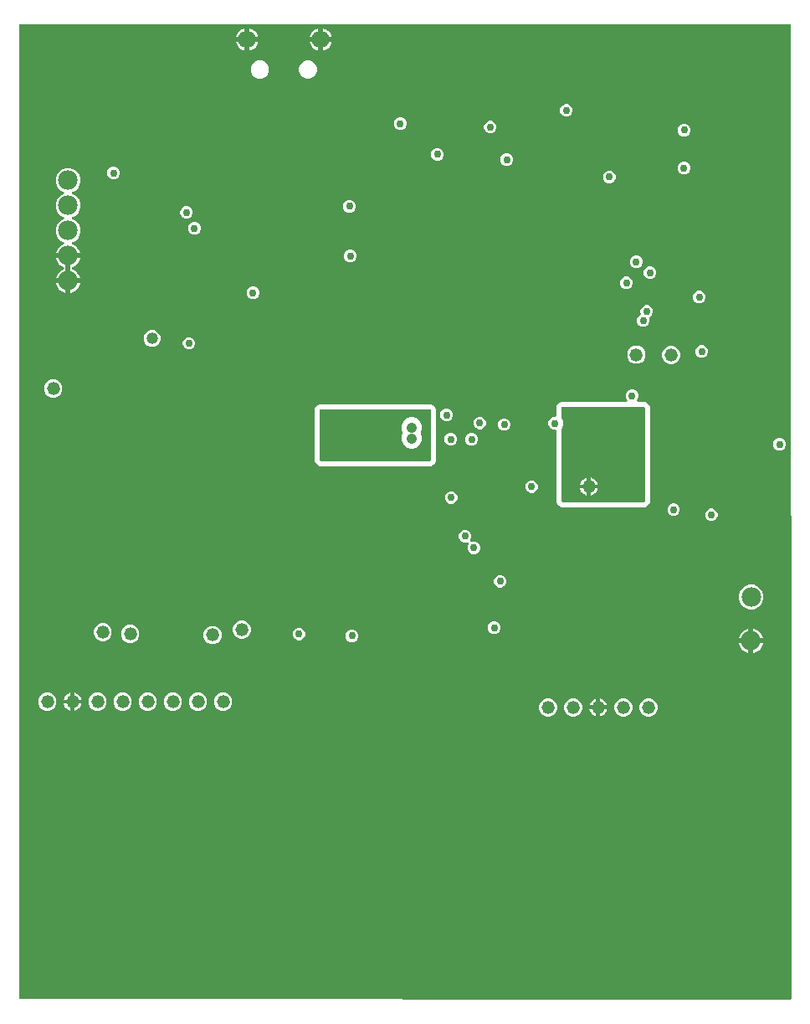
<source format=gbr>
G04 EAGLE Gerber RS-274X export*
G75*
%MOMM*%
%FSLAX34Y34*%
%LPD*%
%INEAGLE Copper Layer 2*%
%IPPOS*%
%AMOC8*
5,1,8,0,0,1.08239X$1,22.5*%
G01*
%ADD10C,1.981200*%
%ADD11C,1.320800*%
%ADD12C,1.800000*%
%ADD13C,1.058000*%
%ADD14C,0.756400*%
%ADD15C,1.186400*%
%ADD16C,0.856400*%
%ADD17C,1.500000*%
%ADD18C,0.886400*%

G36*
X784427Y4134D02*
X784427Y4134D01*
X784547Y4141D01*
X784585Y4154D01*
X784624Y4159D01*
X784736Y4203D01*
X784849Y4239D01*
X784883Y4261D01*
X784920Y4275D01*
X785017Y4346D01*
X785118Y4410D01*
X785145Y4439D01*
X785178Y4462D01*
X785254Y4554D01*
X785336Y4641D01*
X785355Y4676D01*
X785381Y4707D01*
X785431Y4815D01*
X785489Y4920D01*
X785499Y4959D01*
X785516Y4995D01*
X785539Y5112D01*
X785569Y5228D01*
X785572Y5287D01*
X785576Y5307D01*
X785575Y5327D01*
X785579Y5388D01*
X785428Y989231D01*
X785413Y989349D01*
X785406Y989468D01*
X785393Y989507D01*
X785388Y989547D01*
X785344Y989657D01*
X785308Y989770D01*
X785286Y989805D01*
X785271Y989842D01*
X785201Y989939D01*
X785138Y990039D01*
X785108Y990067D01*
X785084Y990100D01*
X784993Y990175D01*
X784906Y990257D01*
X784870Y990277D01*
X784839Y990302D01*
X784732Y990353D01*
X784628Y990411D01*
X784588Y990421D01*
X784552Y990438D01*
X784435Y990460D01*
X784320Y990490D01*
X784259Y990494D01*
X784239Y990498D01*
X784219Y990496D01*
X784159Y990500D01*
X5842Y990500D01*
X5724Y990485D01*
X5605Y990478D01*
X5567Y990465D01*
X5526Y990460D01*
X5416Y990417D01*
X5303Y990380D01*
X5268Y990358D01*
X5231Y990343D01*
X5135Y990274D01*
X5034Y990210D01*
X5006Y990180D01*
X4973Y990157D01*
X4897Y990065D01*
X4816Y989978D01*
X4796Y989943D01*
X4771Y989912D01*
X4720Y989804D01*
X4662Y989700D01*
X4652Y989660D01*
X4635Y989624D01*
X4613Y989507D01*
X4583Y989392D01*
X4579Y989332D01*
X4575Y989312D01*
X4577Y989291D01*
X4573Y989231D01*
X4573Y5839D01*
X4588Y5721D01*
X4595Y5602D01*
X4607Y5564D01*
X4613Y5523D01*
X4656Y5413D01*
X4693Y5300D01*
X4715Y5265D01*
X4730Y5227D01*
X4799Y5131D01*
X4863Y5031D01*
X4892Y5003D01*
X4916Y4970D01*
X5008Y4894D01*
X5094Y4813D01*
X5130Y4793D01*
X5161Y4767D01*
X5269Y4717D01*
X5373Y4659D01*
X5412Y4649D01*
X5449Y4632D01*
X5565Y4609D01*
X5681Y4580D01*
X5741Y4576D01*
X5761Y4572D01*
X5782Y4573D01*
X5841Y4569D01*
X784309Y4119D01*
X784427Y4134D01*
G37*
%LPC*%
G36*
X552939Y502154D02*
X552939Y502154D01*
X550605Y503120D01*
X548819Y504907D01*
X547852Y507241D01*
X547852Y579300D01*
X547837Y579419D01*
X547830Y579537D01*
X547817Y579576D01*
X547812Y579616D01*
X547768Y579727D01*
X547732Y579840D01*
X547710Y579874D01*
X547695Y579912D01*
X547625Y580008D01*
X547561Y580109D01*
X547532Y580136D01*
X547508Y580169D01*
X547416Y580245D01*
X547330Y580326D01*
X547294Y580346D01*
X547263Y580372D01*
X547156Y580423D01*
X547051Y580480D01*
X547012Y580490D01*
X546975Y580507D01*
X546859Y580530D01*
X546743Y580559D01*
X546683Y580563D01*
X546663Y580567D01*
X546643Y580566D01*
X546583Y580570D01*
X545045Y580570D01*
X542722Y581532D01*
X540943Y583311D01*
X539980Y585635D01*
X539980Y588150D01*
X540943Y590474D01*
X542722Y592253D01*
X545045Y593215D01*
X546583Y593215D01*
X546701Y593230D01*
X546820Y593237D01*
X546858Y593250D01*
X546898Y593255D01*
X547009Y593299D01*
X547122Y593335D01*
X547156Y593357D01*
X547194Y593372D01*
X547290Y593442D01*
X547391Y593506D01*
X547418Y593535D01*
X547451Y593559D01*
X547527Y593651D01*
X547609Y593737D01*
X547628Y593773D01*
X547654Y593804D01*
X547705Y593911D01*
X547762Y594016D01*
X547772Y594055D01*
X547790Y594092D01*
X547812Y594208D01*
X547842Y594324D01*
X547845Y594384D01*
X547849Y594404D01*
X547848Y594424D01*
X547852Y594484D01*
X547852Y603624D01*
X548819Y605958D01*
X550605Y607745D01*
X552939Y608712D01*
X618574Y608712D01*
X618712Y608729D01*
X618850Y608742D01*
X618869Y608749D01*
X618889Y608752D01*
X619019Y608803D01*
X619149Y608850D01*
X619166Y608861D01*
X619185Y608869D01*
X619297Y608950D01*
X619413Y609028D01*
X619426Y609044D01*
X619442Y609055D01*
X619531Y609162D01*
X619623Y609267D01*
X619632Y609285D01*
X619645Y609300D01*
X619704Y609426D01*
X619768Y609550D01*
X619772Y609570D01*
X619781Y609588D01*
X619807Y609724D01*
X619837Y609860D01*
X619837Y609881D01*
X619840Y609900D01*
X619832Y610039D01*
X619828Y610178D01*
X619822Y610198D01*
X619821Y610218D01*
X619778Y610350D01*
X619739Y610484D01*
X619729Y610501D01*
X619723Y610520D01*
X619648Y610638D01*
X619578Y610758D01*
X619559Y610779D01*
X619553Y610789D01*
X619538Y610803D01*
X619471Y610879D01*
X619251Y611099D01*
X618289Y613422D01*
X618289Y615938D01*
X619251Y618262D01*
X621030Y620040D01*
X623354Y621003D01*
X625869Y621003D01*
X628193Y620040D01*
X629972Y618262D01*
X630934Y615938D01*
X630934Y613422D01*
X629972Y611099D01*
X629752Y610879D01*
X629666Y610769D01*
X629578Y610662D01*
X629569Y610643D01*
X629557Y610627D01*
X629501Y610500D01*
X629442Y610374D01*
X629438Y610354D01*
X629430Y610335D01*
X629408Y610198D01*
X629382Y610061D01*
X629384Y610041D01*
X629380Y610021D01*
X629394Y609882D01*
X629402Y609744D01*
X629408Y609725D01*
X629410Y609705D01*
X629457Y609573D01*
X629500Y609442D01*
X629511Y609425D01*
X629518Y609405D01*
X629596Y609290D01*
X629670Y609173D01*
X629685Y609159D01*
X629696Y609142D01*
X629801Y609050D01*
X629902Y608955D01*
X629920Y608945D01*
X629935Y608932D01*
X630059Y608868D01*
X630180Y608801D01*
X630200Y608796D01*
X630218Y608787D01*
X630354Y608757D01*
X630488Y608722D01*
X630516Y608720D01*
X630528Y608717D01*
X630549Y608718D01*
X630649Y608712D01*
X637482Y608712D01*
X639817Y607745D01*
X641603Y605958D01*
X642570Y603624D01*
X642570Y507241D01*
X641603Y504907D01*
X639817Y503120D01*
X637482Y502154D01*
X552939Y502154D01*
G37*
%LPD*%
G36*
X636337Y507250D02*
X636337Y507250D01*
X636456Y507257D01*
X636495Y507270D01*
X636535Y507275D01*
X636645Y507319D01*
X636759Y507356D01*
X636793Y507377D01*
X636830Y507392D01*
X636927Y507462D01*
X637027Y507526D01*
X637055Y507555D01*
X637088Y507579D01*
X637164Y507671D01*
X637245Y507757D01*
X637265Y507793D01*
X637291Y507824D01*
X637341Y507932D01*
X637399Y508036D01*
X637409Y508075D01*
X637426Y508112D01*
X637448Y508228D01*
X637478Y508344D01*
X637482Y508404D01*
X637486Y508424D01*
X637485Y508444D01*
X637488Y508504D01*
X637488Y602361D01*
X637474Y602479D01*
X637466Y602598D01*
X637454Y602636D01*
X637449Y602677D01*
X637405Y602787D01*
X637368Y602900D01*
X637346Y602935D01*
X637332Y602972D01*
X637262Y603068D01*
X637198Y603169D01*
X637168Y603197D01*
X637145Y603230D01*
X637053Y603306D01*
X636966Y603387D01*
X636931Y603407D01*
X636900Y603432D01*
X636792Y603483D01*
X636688Y603541D01*
X636649Y603551D01*
X636612Y603568D01*
X636495Y603590D01*
X636380Y603620D01*
X636320Y603624D01*
X636300Y603628D01*
X636279Y603626D01*
X636219Y603630D01*
X554203Y603630D01*
X554084Y603615D01*
X553966Y603608D01*
X553927Y603595D01*
X553887Y603590D01*
X553776Y603547D01*
X553663Y603510D01*
X553629Y603488D01*
X553591Y603473D01*
X553495Y603404D01*
X553394Y603340D01*
X553367Y603310D01*
X553334Y603287D01*
X553258Y603195D01*
X553177Y603108D01*
X553157Y603073D01*
X553131Y603042D01*
X553081Y602934D01*
X553023Y602830D01*
X553013Y602790D01*
X552996Y602754D01*
X552973Y602637D01*
X552944Y602522D01*
X552940Y602462D01*
X552936Y602442D01*
X552937Y602421D01*
X552933Y602361D01*
X552933Y593322D01*
X552946Y593224D01*
X552949Y593125D01*
X552966Y593066D01*
X552973Y593006D01*
X553010Y592914D01*
X553037Y592819D01*
X553068Y592767D01*
X553090Y592711D01*
X553148Y592631D01*
X553199Y592545D01*
X553265Y592470D01*
X553277Y592453D01*
X553286Y592445D01*
X553305Y592424D01*
X553817Y591913D01*
X555166Y588655D01*
X555166Y585129D01*
X553817Y581872D01*
X553305Y581361D01*
X553244Y581282D01*
X553177Y581210D01*
X553147Y581157D01*
X553110Y581109D01*
X553071Y581018D01*
X553023Y580932D01*
X553008Y580873D01*
X552984Y580817D01*
X552968Y580719D01*
X552944Y580624D01*
X552937Y580524D01*
X552934Y580503D01*
X552935Y580491D01*
X552933Y580463D01*
X552933Y508504D01*
X552948Y508386D01*
X552956Y508268D01*
X552968Y508229D01*
X552973Y508189D01*
X553017Y508078D01*
X553054Y507965D01*
X553075Y507931D01*
X553090Y507893D01*
X553160Y507797D01*
X553224Y507696D01*
X553253Y507669D01*
X553277Y507636D01*
X553369Y507560D01*
X553455Y507478D01*
X553491Y507459D01*
X553522Y507433D01*
X553630Y507382D01*
X553734Y507325D01*
X553773Y507315D01*
X553810Y507298D01*
X553927Y507275D01*
X554042Y507245D01*
X554102Y507242D01*
X554122Y507238D01*
X554142Y507239D01*
X554203Y507235D01*
X636219Y507235D01*
X636337Y507250D01*
G37*
%LPC*%
G36*
X308737Y543649D02*
X308737Y543649D01*
X306403Y544616D01*
X304616Y546403D01*
X303649Y548737D01*
X303649Y601263D01*
X304616Y603597D01*
X306403Y605384D01*
X308737Y606351D01*
X421263Y606351D01*
X423597Y605384D01*
X425384Y603597D01*
X426351Y601263D01*
X426351Y548737D01*
X425384Y546403D01*
X423597Y544616D01*
X421263Y543649D01*
X308737Y543649D01*
G37*
%LPD*%
G36*
X420118Y548746D02*
X420118Y548746D01*
X420237Y548753D01*
X420275Y548766D01*
X420316Y548771D01*
X420426Y548814D01*
X420539Y548851D01*
X420574Y548873D01*
X420611Y548888D01*
X420707Y548958D01*
X420808Y549021D01*
X420836Y549051D01*
X420869Y549074D01*
X420945Y549166D01*
X421026Y549253D01*
X421046Y549288D01*
X421071Y549319D01*
X421122Y549427D01*
X421180Y549531D01*
X421190Y549571D01*
X421207Y549607D01*
X421229Y549724D01*
X421259Y549839D01*
X421263Y549900D01*
X421267Y549920D01*
X421265Y549940D01*
X421269Y550000D01*
X421269Y600000D01*
X421254Y600118D01*
X421247Y600237D01*
X421234Y600275D01*
X421229Y600316D01*
X421186Y600426D01*
X421149Y600539D01*
X421127Y600574D01*
X421112Y600611D01*
X421043Y600707D01*
X420979Y600808D01*
X420949Y600836D01*
X420926Y600869D01*
X420834Y600945D01*
X420747Y601026D01*
X420712Y601046D01*
X420681Y601071D01*
X420573Y601122D01*
X420469Y601180D01*
X420429Y601190D01*
X420393Y601207D01*
X420276Y601229D01*
X420161Y601259D01*
X420101Y601263D01*
X420081Y601267D01*
X420060Y601265D01*
X420000Y601269D01*
X310000Y601269D01*
X309882Y601254D01*
X309763Y601247D01*
X309725Y601234D01*
X309684Y601229D01*
X309574Y601186D01*
X309461Y601149D01*
X309426Y601127D01*
X309389Y601112D01*
X309293Y601043D01*
X309192Y600979D01*
X309164Y600949D01*
X309131Y600926D01*
X309056Y600834D01*
X308974Y600747D01*
X308954Y600712D01*
X308929Y600681D01*
X308878Y600573D01*
X308820Y600469D01*
X308810Y600429D01*
X308793Y600393D01*
X308771Y600276D01*
X308741Y600161D01*
X308737Y600101D01*
X308733Y600081D01*
X308735Y600060D01*
X308731Y600000D01*
X308731Y550000D01*
X308746Y549882D01*
X308753Y549763D01*
X308766Y549725D01*
X308771Y549684D01*
X308814Y549574D01*
X308851Y549461D01*
X308873Y549426D01*
X308888Y549389D01*
X308958Y549293D01*
X309021Y549192D01*
X309051Y549164D01*
X309074Y549131D01*
X309166Y549056D01*
X309253Y548974D01*
X309288Y548954D01*
X309319Y548929D01*
X309427Y548878D01*
X309531Y548820D01*
X309571Y548810D01*
X309607Y548793D01*
X309724Y548771D01*
X309839Y548741D01*
X309900Y548737D01*
X309920Y548733D01*
X309940Y548735D01*
X310000Y548731D01*
X420000Y548731D01*
X420118Y548746D01*
G37*
%LPC*%
G36*
X53851Y756355D02*
X53851Y756355D01*
X53851Y757626D01*
X53836Y757744D01*
X53828Y757863D01*
X53816Y757901D01*
X53811Y757941D01*
X53767Y758052D01*
X53730Y758165D01*
X53709Y758200D01*
X53694Y758237D01*
X53624Y758333D01*
X53560Y758434D01*
X53531Y758462D01*
X53507Y758495D01*
X53415Y758570D01*
X53329Y758652D01*
X53293Y758672D01*
X53262Y758697D01*
X53154Y758748D01*
X53050Y758806D01*
X53011Y758816D01*
X52974Y758833D01*
X52858Y758855D01*
X52742Y758885D01*
X52682Y758889D01*
X52662Y758893D01*
X52642Y758891D01*
X52581Y758895D01*
X41652Y758895D01*
X41711Y759271D01*
X42317Y761134D01*
X43206Y762880D01*
X44358Y764464D01*
X45743Y765850D01*
X47328Y767001D01*
X49163Y767936D01*
X49190Y767954D01*
X49298Y768005D01*
X49321Y768025D01*
X49348Y768039D01*
X49444Y768126D01*
X49543Y768208D01*
X49561Y768232D01*
X49583Y768253D01*
X49654Y768361D01*
X49730Y768465D01*
X49741Y768493D01*
X49758Y768518D01*
X49800Y768640D01*
X49848Y768761D01*
X49851Y768791D01*
X49861Y768819D01*
X49872Y768948D01*
X49888Y769076D01*
X49884Y769106D01*
X49886Y769136D01*
X49864Y769264D01*
X49848Y769392D01*
X49837Y769420D01*
X49832Y769450D01*
X49779Y769567D01*
X49732Y769687D01*
X49714Y769712D01*
X49701Y769740D01*
X49621Y769841D01*
X49545Y769945D01*
X49522Y769964D01*
X49503Y769988D01*
X49400Y770066D01*
X49300Y770148D01*
X49273Y770161D01*
X49249Y770179D01*
X49104Y770250D01*
X46801Y771204D01*
X43300Y774706D01*
X41405Y779280D01*
X41405Y784232D01*
X43300Y788806D01*
X46801Y792308D01*
X49156Y793283D01*
X49277Y793352D01*
X49400Y793417D01*
X49415Y793431D01*
X49432Y793441D01*
X49532Y793538D01*
X49635Y793631D01*
X49646Y793648D01*
X49661Y793662D01*
X49733Y793780D01*
X49810Y793897D01*
X49817Y793916D01*
X49827Y793933D01*
X49868Y794066D01*
X49913Y794198D01*
X49915Y794218D01*
X49921Y794237D01*
X49927Y794376D01*
X49938Y794515D01*
X49935Y794535D01*
X49936Y794555D01*
X49908Y794691D01*
X49884Y794828D01*
X49876Y794847D01*
X49872Y794866D01*
X49810Y794991D01*
X49753Y795118D01*
X49741Y795134D01*
X49732Y795152D01*
X49641Y795258D01*
X49555Y795366D01*
X49539Y795379D01*
X49526Y795394D01*
X49412Y795474D01*
X49301Y795558D01*
X49276Y795570D01*
X49266Y795577D01*
X49246Y795584D01*
X49156Y795629D01*
X46801Y796604D01*
X43300Y800106D01*
X41405Y804680D01*
X41405Y809632D01*
X43300Y814206D01*
X46801Y817708D01*
X49156Y818683D01*
X49277Y818752D01*
X49400Y818817D01*
X49415Y818831D01*
X49432Y818841D01*
X49532Y818938D01*
X49635Y819031D01*
X49646Y819048D01*
X49661Y819062D01*
X49733Y819180D01*
X49810Y819297D01*
X49817Y819316D01*
X49827Y819333D01*
X49868Y819466D01*
X49913Y819598D01*
X49915Y819618D01*
X49921Y819637D01*
X49927Y819776D01*
X49938Y819915D01*
X49935Y819935D01*
X49936Y819955D01*
X49908Y820091D01*
X49884Y820228D01*
X49876Y820247D01*
X49872Y820266D01*
X49810Y820391D01*
X49753Y820518D01*
X49741Y820534D01*
X49732Y820552D01*
X49641Y820658D01*
X49555Y820766D01*
X49539Y820779D01*
X49526Y820794D01*
X49412Y820874D01*
X49301Y820958D01*
X49276Y820970D01*
X49266Y820977D01*
X49246Y820984D01*
X49156Y821029D01*
X46801Y822004D01*
X43300Y825506D01*
X41405Y830080D01*
X41405Y835032D01*
X43300Y839606D01*
X46801Y843108D01*
X51376Y845003D01*
X56327Y845003D01*
X60902Y843108D01*
X64403Y839606D01*
X66298Y835032D01*
X66298Y830080D01*
X64403Y825506D01*
X60902Y822004D01*
X58547Y821029D01*
X58426Y820960D01*
X58303Y820895D01*
X58288Y820881D01*
X58271Y820871D01*
X58171Y820774D01*
X58068Y820681D01*
X58057Y820664D01*
X58042Y820650D01*
X57969Y820531D01*
X57893Y820415D01*
X57887Y820396D01*
X57876Y820379D01*
X57835Y820246D01*
X57790Y820114D01*
X57788Y820094D01*
X57782Y820075D01*
X57776Y819936D01*
X57765Y819797D01*
X57768Y819777D01*
X57767Y819757D01*
X57795Y819621D01*
X57819Y819484D01*
X57827Y819465D01*
X57832Y819446D01*
X57893Y819320D01*
X57950Y819194D01*
X57962Y819178D01*
X57971Y819160D01*
X58062Y819054D01*
X58148Y818946D01*
X58165Y818933D01*
X58178Y818918D01*
X58291Y818838D01*
X58402Y818754D01*
X58428Y818742D01*
X58438Y818735D01*
X58457Y818728D01*
X58547Y818683D01*
X60902Y817708D01*
X64403Y814206D01*
X66298Y809632D01*
X66298Y804680D01*
X64403Y800106D01*
X60902Y796604D01*
X58547Y795629D01*
X58426Y795560D01*
X58303Y795495D01*
X58288Y795481D01*
X58271Y795471D01*
X58171Y795374D01*
X58068Y795281D01*
X58057Y795264D01*
X58042Y795250D01*
X57969Y795131D01*
X57893Y795015D01*
X57887Y794996D01*
X57876Y794979D01*
X57835Y794846D01*
X57790Y794714D01*
X57788Y794694D01*
X57782Y794675D01*
X57776Y794535D01*
X57765Y794397D01*
X57768Y794377D01*
X57767Y794357D01*
X57795Y794221D01*
X57819Y794084D01*
X57827Y794065D01*
X57832Y794046D01*
X57893Y793920D01*
X57950Y793794D01*
X57962Y793778D01*
X57971Y793760D01*
X58062Y793654D01*
X58148Y793546D01*
X58165Y793533D01*
X58178Y793518D01*
X58291Y793438D01*
X58402Y793354D01*
X58428Y793342D01*
X58438Y793335D01*
X58457Y793328D01*
X58547Y793283D01*
X60902Y792308D01*
X64403Y788806D01*
X66298Y784232D01*
X66298Y779280D01*
X64403Y774706D01*
X60902Y771204D01*
X58599Y770250D01*
X58573Y770235D01*
X58544Y770226D01*
X58435Y770157D01*
X58323Y770093D01*
X58301Y770071D01*
X58275Y770055D01*
X58187Y769961D01*
X58094Y769871D01*
X58078Y769846D01*
X58058Y769823D01*
X57995Y769710D01*
X57928Y769600D01*
X57919Y769571D01*
X57905Y769545D01*
X57872Y769420D01*
X57834Y769296D01*
X57833Y769266D01*
X57825Y769237D01*
X57825Y769107D01*
X57819Y768979D01*
X57825Y768949D01*
X57825Y768919D01*
X57857Y768794D01*
X57884Y768667D01*
X57897Y768640D01*
X57904Y768611D01*
X57966Y768498D01*
X58023Y768381D01*
X58043Y768358D01*
X58057Y768332D01*
X58146Y768238D01*
X58230Y768139D01*
X58254Y768122D01*
X58275Y768100D01*
X58384Y768031D01*
X58490Y767956D01*
X58518Y767946D01*
X58543Y767929D01*
X58590Y767911D01*
X60375Y767001D01*
X61960Y765850D01*
X63346Y764464D01*
X64497Y762880D01*
X65386Y761134D01*
X65992Y759271D01*
X66051Y758895D01*
X55122Y758895D01*
X55004Y758880D01*
X54885Y758873D01*
X54846Y758860D01*
X54806Y758855D01*
X54695Y758812D01*
X54582Y758775D01*
X54548Y758753D01*
X54511Y758738D01*
X54414Y758668D01*
X54314Y758605D01*
X54286Y758575D01*
X54253Y758551D01*
X54177Y758460D01*
X54096Y758373D01*
X54076Y758338D01*
X54050Y758307D01*
X54000Y758199D01*
X53942Y758095D01*
X53932Y758055D01*
X53915Y758019D01*
X53892Y757902D01*
X53863Y757787D01*
X53859Y757726D01*
X53855Y757706D01*
X53856Y757686D01*
X53852Y757626D01*
X53852Y756355D01*
X53851Y756355D01*
G37*
%LPD*%
%LPC*%
G36*
X399514Y561279D02*
X399514Y561279D01*
X395702Y562858D01*
X392785Y565775D01*
X391206Y569587D01*
X391206Y573713D01*
X392428Y576664D01*
X392455Y576760D01*
X392490Y576852D01*
X392496Y576912D01*
X392512Y576971D01*
X392514Y577070D01*
X392525Y577168D01*
X392516Y577228D01*
X392517Y577289D01*
X392494Y577385D01*
X392480Y577483D01*
X392448Y577578D01*
X392443Y577598D01*
X392438Y577609D01*
X392428Y577636D01*
X391206Y580587D01*
X391206Y584713D01*
X392785Y588524D01*
X395702Y591442D01*
X399514Y593021D01*
X403640Y593021D01*
X407451Y591442D01*
X410369Y588524D01*
X411947Y584713D01*
X411947Y580587D01*
X410725Y577636D01*
X410699Y577540D01*
X410664Y577447D01*
X410657Y577387D01*
X410641Y577329D01*
X410639Y577230D01*
X410628Y577131D01*
X410637Y577071D01*
X410636Y577011D01*
X410659Y576914D01*
X410673Y576816D01*
X410705Y576722D01*
X410710Y576702D01*
X410716Y576691D01*
X410725Y576664D01*
X411947Y573713D01*
X411947Y569587D01*
X410369Y565775D01*
X407451Y562858D01*
X403640Y561279D01*
X399514Y561279D01*
G37*
%LPD*%
%LPC*%
G36*
X742650Y398828D02*
X742650Y398828D01*
X738075Y400723D01*
X734574Y404224D01*
X732679Y408799D01*
X732679Y413750D01*
X734574Y418325D01*
X738075Y421826D01*
X742650Y423721D01*
X747601Y423721D01*
X752176Y421826D01*
X755677Y418325D01*
X757572Y413750D01*
X757572Y408799D01*
X755677Y404224D01*
X752176Y400723D01*
X747601Y398828D01*
X742650Y398828D01*
G37*
%LPD*%
%LPC*%
G36*
X107281Y296255D02*
X107281Y296255D01*
X103920Y297647D01*
X101347Y300220D01*
X99955Y303581D01*
X99955Y307219D01*
X101347Y310580D01*
X103920Y313153D01*
X107281Y314545D01*
X110919Y314545D01*
X114280Y313153D01*
X116853Y310580D01*
X118245Y307219D01*
X118245Y303581D01*
X116853Y300220D01*
X114280Y297647D01*
X110919Y296255D01*
X107281Y296255D01*
G37*
%LPD*%
%LPC*%
G36*
X208881Y296255D02*
X208881Y296255D01*
X205520Y297647D01*
X202947Y300220D01*
X201555Y303581D01*
X201555Y307219D01*
X202947Y310580D01*
X205520Y313153D01*
X208881Y314545D01*
X212519Y314545D01*
X215880Y313153D01*
X218453Y310580D01*
X219845Y307219D01*
X219845Y303581D01*
X218453Y300220D01*
X215880Y297647D01*
X212519Y296255D01*
X208881Y296255D01*
G37*
%LPD*%
%LPC*%
G36*
X183481Y296255D02*
X183481Y296255D01*
X180120Y297647D01*
X177547Y300220D01*
X176155Y303581D01*
X176155Y307219D01*
X177547Y310580D01*
X180120Y313153D01*
X183481Y314545D01*
X187119Y314545D01*
X190480Y313153D01*
X193053Y310580D01*
X194445Y307219D01*
X194445Y303581D01*
X193053Y300220D01*
X190480Y297647D01*
X187119Y296255D01*
X183481Y296255D01*
G37*
%LPD*%
%LPC*%
G36*
X627112Y647177D02*
X627112Y647177D01*
X623751Y648569D01*
X621178Y651142D01*
X619786Y654503D01*
X619786Y658141D01*
X621178Y661502D01*
X623751Y664075D01*
X627112Y665467D01*
X630750Y665467D01*
X634111Y664075D01*
X636683Y661502D01*
X638075Y658141D01*
X638075Y654503D01*
X636683Y651142D01*
X634111Y648569D01*
X630750Y647177D01*
X627112Y647177D01*
G37*
%LPD*%
%LPC*%
G36*
X662221Y646541D02*
X662221Y646541D01*
X658860Y647933D01*
X656287Y650506D01*
X654895Y653867D01*
X654895Y657505D01*
X656287Y660866D01*
X658860Y663438D01*
X662221Y664831D01*
X665859Y664831D01*
X669220Y663438D01*
X671793Y660866D01*
X673185Y657505D01*
X673185Y653867D01*
X671793Y650506D01*
X669220Y647933D01*
X665859Y646541D01*
X662221Y646541D01*
G37*
%LPD*%
%LPC*%
G36*
X158081Y296255D02*
X158081Y296255D01*
X154720Y297647D01*
X152147Y300220D01*
X150755Y303581D01*
X150755Y307219D01*
X152147Y310580D01*
X154720Y313153D01*
X158081Y314545D01*
X161719Y314545D01*
X165080Y313153D01*
X167653Y310580D01*
X169045Y307219D01*
X169045Y303581D01*
X167653Y300220D01*
X165080Y297647D01*
X161719Y296255D01*
X158081Y296255D01*
G37*
%LPD*%
%LPC*%
G36*
X132681Y296255D02*
X132681Y296255D01*
X129320Y297647D01*
X126747Y300220D01*
X125355Y303581D01*
X125355Y307219D01*
X126747Y310580D01*
X129320Y313153D01*
X132681Y314545D01*
X136319Y314545D01*
X139680Y313153D01*
X142253Y310580D01*
X143645Y307219D01*
X143645Y303581D01*
X142253Y300220D01*
X139680Y297647D01*
X136319Y296255D01*
X132681Y296255D01*
G37*
%LPD*%
%LPC*%
G36*
X31081Y296255D02*
X31081Y296255D01*
X27720Y297647D01*
X25147Y300220D01*
X23755Y303581D01*
X23755Y307219D01*
X25147Y310580D01*
X27720Y313153D01*
X31081Y314545D01*
X34719Y314545D01*
X38080Y313153D01*
X40653Y310580D01*
X42045Y307219D01*
X42045Y303581D01*
X40653Y300220D01*
X38080Y297647D01*
X34719Y296255D01*
X31081Y296255D01*
G37*
%LPD*%
%LPC*%
G36*
X81881Y296255D02*
X81881Y296255D01*
X78520Y297647D01*
X75947Y300220D01*
X74555Y303581D01*
X74555Y307219D01*
X75947Y310580D01*
X78520Y313153D01*
X81881Y314545D01*
X85519Y314545D01*
X88880Y313153D01*
X91453Y310580D01*
X92845Y307219D01*
X92845Y303581D01*
X91453Y300220D01*
X88880Y297647D01*
X85519Y296255D01*
X81881Y296255D01*
G37*
%LPD*%
%LPC*%
G36*
X537667Y290555D02*
X537667Y290555D01*
X534306Y291947D01*
X531734Y294520D01*
X530342Y297881D01*
X530342Y301519D01*
X531734Y304880D01*
X534306Y307453D01*
X537667Y308845D01*
X541305Y308845D01*
X544666Y307453D01*
X547239Y304880D01*
X548631Y301519D01*
X548631Y297881D01*
X547239Y294520D01*
X544666Y291947D01*
X541305Y290555D01*
X537667Y290555D01*
G37*
%LPD*%
%LPC*%
G36*
X198496Y363628D02*
X198496Y363628D01*
X195135Y365020D01*
X192562Y367593D01*
X191170Y370954D01*
X191170Y374592D01*
X192562Y377953D01*
X195135Y380526D01*
X198496Y381918D01*
X202134Y381918D01*
X205495Y380526D01*
X208067Y377953D01*
X209459Y374592D01*
X209459Y370954D01*
X208067Y367593D01*
X205495Y365020D01*
X202134Y363628D01*
X198496Y363628D01*
G37*
%LPD*%
%LPC*%
G36*
X114894Y364769D02*
X114894Y364769D01*
X111533Y366161D01*
X108960Y368733D01*
X107568Y372094D01*
X107568Y375732D01*
X108960Y379093D01*
X111533Y381666D01*
X114894Y383058D01*
X118532Y383058D01*
X121893Y381666D01*
X124466Y379093D01*
X125858Y375732D01*
X125858Y372094D01*
X124466Y368733D01*
X121893Y366161D01*
X118532Y364769D01*
X114894Y364769D01*
G37*
%LPD*%
%LPC*%
G36*
X87081Y366355D02*
X87081Y366355D01*
X83720Y367747D01*
X81147Y370320D01*
X79755Y373681D01*
X79755Y377319D01*
X81147Y380680D01*
X83720Y383253D01*
X87081Y384645D01*
X90719Y384645D01*
X94080Y383253D01*
X96653Y380680D01*
X98045Y377319D01*
X98045Y373681D01*
X96653Y370320D01*
X94080Y367747D01*
X90719Y366355D01*
X87081Y366355D01*
G37*
%LPD*%
%LPC*%
G36*
X639267Y290555D02*
X639267Y290555D01*
X635906Y291947D01*
X633334Y294520D01*
X631942Y297881D01*
X631942Y301519D01*
X633334Y304880D01*
X635906Y307453D01*
X639267Y308845D01*
X642905Y308845D01*
X646266Y307453D01*
X648839Y304880D01*
X650231Y301519D01*
X650231Y297881D01*
X648839Y294520D01*
X646266Y291947D01*
X642905Y290555D01*
X639267Y290555D01*
G37*
%LPD*%
%LPC*%
G36*
X227718Y369002D02*
X227718Y369002D01*
X224357Y370394D01*
X221785Y372967D01*
X220393Y376328D01*
X220393Y379966D01*
X221785Y383327D01*
X224357Y385900D01*
X227718Y387292D01*
X231356Y387292D01*
X234717Y385900D01*
X237290Y383327D01*
X238682Y379966D01*
X238682Y376328D01*
X237290Y372967D01*
X234717Y370394D01*
X231356Y369002D01*
X227718Y369002D01*
G37*
%LPD*%
%LPC*%
G36*
X613867Y290555D02*
X613867Y290555D01*
X610506Y291947D01*
X607934Y294520D01*
X606542Y297881D01*
X606542Y301519D01*
X607934Y304880D01*
X610506Y307453D01*
X613867Y308845D01*
X617505Y308845D01*
X620866Y307453D01*
X623439Y304880D01*
X624831Y301519D01*
X624831Y297881D01*
X623439Y294520D01*
X620866Y291947D01*
X617505Y290555D01*
X613867Y290555D01*
G37*
%LPD*%
%LPC*%
G36*
X37081Y612755D02*
X37081Y612755D01*
X33720Y614147D01*
X31147Y616720D01*
X29755Y620081D01*
X29755Y623719D01*
X31147Y627080D01*
X33720Y629653D01*
X37081Y631045D01*
X40719Y631045D01*
X44080Y629653D01*
X46653Y627080D01*
X48045Y623719D01*
X48045Y620081D01*
X46653Y616720D01*
X44080Y614147D01*
X40719Y612755D01*
X37081Y612755D01*
G37*
%LPD*%
%LPC*%
G36*
X563067Y290555D02*
X563067Y290555D01*
X559706Y291947D01*
X557134Y294520D01*
X555742Y297881D01*
X555742Y301519D01*
X557134Y304880D01*
X559706Y307453D01*
X563067Y308845D01*
X566705Y308845D01*
X570066Y307453D01*
X572639Y304880D01*
X574031Y301519D01*
X574031Y297881D01*
X572639Y294520D01*
X570066Y291947D01*
X566705Y290555D01*
X563067Y290555D01*
G37*
%LPD*%
%LPC*%
G36*
X246162Y935641D02*
X246162Y935641D01*
X242832Y937020D01*
X240283Y939569D01*
X238904Y942899D01*
X238904Y946504D01*
X240283Y949834D01*
X242832Y952383D01*
X246162Y953762D01*
X249767Y953762D01*
X253097Y952383D01*
X255646Y949834D01*
X257025Y946504D01*
X257025Y942899D01*
X255646Y939569D01*
X253097Y937020D01*
X249767Y935641D01*
X246162Y935641D01*
G37*
%LPD*%
%LPC*%
G36*
X294662Y935641D02*
X294662Y935641D01*
X291332Y937020D01*
X288783Y939569D01*
X287404Y942899D01*
X287404Y946504D01*
X288783Y949834D01*
X291332Y952383D01*
X294662Y953762D01*
X298267Y953762D01*
X301597Y952383D01*
X304146Y949834D01*
X305525Y946504D01*
X305525Y942899D01*
X304146Y939569D01*
X301597Y937020D01*
X298267Y935641D01*
X294662Y935641D01*
G37*
%LPD*%
%LPC*%
G36*
X463156Y454687D02*
X463156Y454687D01*
X460832Y455650D01*
X459053Y457428D01*
X458091Y459752D01*
X458091Y462268D01*
X459058Y464603D01*
X459078Y464628D01*
X459128Y464677D01*
X459175Y464753D01*
X459230Y464824D01*
X459258Y464889D01*
X459294Y464948D01*
X459321Y465034D01*
X459356Y465116D01*
X459367Y465185D01*
X459388Y465252D01*
X459392Y465342D01*
X459406Y465430D01*
X459400Y465500D01*
X459403Y465570D01*
X459385Y465658D01*
X459377Y465747D01*
X459353Y465813D01*
X459339Y465881D01*
X459299Y465962D01*
X459269Y466046D01*
X459230Y466104D01*
X459199Y466167D01*
X459141Y466235D01*
X459090Y466309D01*
X459038Y466356D01*
X458993Y466409D01*
X458919Y466460D01*
X458852Y466520D01*
X458790Y466552D01*
X458733Y466592D01*
X458649Y466624D01*
X458569Y466665D01*
X458501Y466680D01*
X458435Y466705D01*
X458346Y466715D01*
X458258Y466734D01*
X458189Y466732D01*
X458119Y466740D01*
X458030Y466727D01*
X457941Y466725D01*
X457874Y466705D01*
X457804Y466695D01*
X457652Y466643D01*
X456934Y466346D01*
X454418Y466346D01*
X452094Y467308D01*
X450316Y469087D01*
X449353Y471411D01*
X449353Y473926D01*
X450316Y476250D01*
X452094Y478029D01*
X454418Y478991D01*
X456934Y478991D01*
X459258Y478029D01*
X461036Y476250D01*
X461999Y473926D01*
X461999Y471411D01*
X461032Y469076D01*
X461012Y469050D01*
X460961Y469002D01*
X460915Y468925D01*
X460860Y468854D01*
X460832Y468790D01*
X460795Y468731D01*
X460769Y468645D01*
X460733Y468562D01*
X460722Y468493D01*
X460702Y468427D01*
X460697Y468337D01*
X460683Y468248D01*
X460690Y468179D01*
X460687Y468109D01*
X460705Y468021D01*
X460713Y467932D01*
X460737Y467866D01*
X460751Y467797D01*
X460790Y467717D01*
X460821Y467632D01*
X460860Y467574D01*
X460891Y467512D01*
X460949Y467443D01*
X460999Y467369D01*
X461052Y467323D01*
X461097Y467270D01*
X461170Y467218D01*
X461238Y467159D01*
X461300Y467127D01*
X461357Y467087D01*
X461441Y467055D01*
X461521Y467014D01*
X461589Y466999D01*
X461654Y466974D01*
X461744Y466964D01*
X461831Y466944D01*
X461901Y466946D01*
X461970Y466939D01*
X462059Y466951D01*
X462149Y466954D01*
X462216Y466973D01*
X462285Y466983D01*
X462438Y467035D01*
X463156Y467333D01*
X465671Y467333D01*
X467995Y466370D01*
X469774Y464592D01*
X470736Y462268D01*
X470736Y459752D01*
X469774Y457428D01*
X467995Y455650D01*
X465671Y454687D01*
X463156Y454687D01*
G37*
%LPD*%
%LPC*%
G36*
X634635Y684370D02*
X634635Y684370D01*
X632311Y685333D01*
X630533Y687112D01*
X629570Y689435D01*
X629570Y691951D01*
X630533Y694275D01*
X632311Y696053D01*
X632781Y696248D01*
X632885Y696307D01*
X632991Y696359D01*
X633022Y696385D01*
X633057Y696405D01*
X633143Y696489D01*
X633233Y696566D01*
X633257Y696599D01*
X633286Y696627D01*
X633348Y696728D01*
X633417Y696826D01*
X633431Y696863D01*
X633452Y696898D01*
X633487Y697012D01*
X633529Y697123D01*
X633534Y697163D01*
X633546Y697202D01*
X633551Y697320D01*
X633564Y697439D01*
X633559Y697479D01*
X633561Y697519D01*
X633537Y697636D01*
X633520Y697754D01*
X633501Y697811D01*
X633496Y697831D01*
X633487Y697849D01*
X633468Y697906D01*
X633122Y698741D01*
X633122Y701256D01*
X634085Y703580D01*
X635863Y705359D01*
X638187Y706321D01*
X640703Y706321D01*
X643027Y705359D01*
X644805Y703580D01*
X645768Y701256D01*
X645768Y698741D01*
X644805Y696417D01*
X643027Y694638D01*
X642557Y694444D01*
X642453Y694385D01*
X642346Y694333D01*
X642316Y694306D01*
X642280Y694286D01*
X642195Y694203D01*
X642104Y694126D01*
X642081Y694093D01*
X642052Y694065D01*
X641990Y693963D01*
X641921Y693866D01*
X641907Y693828D01*
X641886Y693794D01*
X641851Y693680D01*
X641809Y693569D01*
X641804Y693529D01*
X641792Y693490D01*
X641787Y693371D01*
X641773Y693253D01*
X641779Y693213D01*
X641777Y693172D01*
X641801Y693056D01*
X641818Y692938D01*
X641837Y692881D01*
X641841Y692861D01*
X641850Y692842D01*
X641870Y692785D01*
X642216Y691951D01*
X642216Y689435D01*
X641253Y687112D01*
X639474Y685333D01*
X637151Y684370D01*
X634635Y684370D01*
G37*
%LPD*%
%LPC*%
G36*
X137176Y664195D02*
X137176Y664195D01*
X134062Y665485D01*
X131679Y667869D01*
X130389Y670983D01*
X130389Y674354D01*
X131679Y677468D01*
X134062Y679851D01*
X137176Y681141D01*
X140547Y681141D01*
X143661Y679851D01*
X146045Y677468D01*
X147335Y674354D01*
X147335Y670983D01*
X146045Y667869D01*
X143661Y665485D01*
X140547Y664195D01*
X137176Y664195D01*
G37*
%LPD*%
%LPC*%
G36*
X56391Y733495D02*
X56391Y733495D01*
X56391Y753817D01*
X66051Y753817D01*
X65992Y753441D01*
X65386Y751578D01*
X64497Y749832D01*
X63346Y748248D01*
X61960Y746862D01*
X60375Y745711D01*
X58562Y744787D01*
X58529Y744765D01*
X58493Y744749D01*
X58398Y744675D01*
X58299Y744608D01*
X58273Y744578D01*
X58241Y744554D01*
X58168Y744459D01*
X58089Y744370D01*
X58071Y744334D01*
X58046Y744303D01*
X57999Y744193D01*
X57944Y744086D01*
X57936Y744048D01*
X57920Y744011D01*
X57901Y743893D01*
X57875Y743776D01*
X57876Y743736D01*
X57870Y743697D01*
X57881Y743578D01*
X57885Y743458D01*
X57896Y743420D01*
X57900Y743380D01*
X57940Y743268D01*
X57973Y743153D01*
X57994Y743118D01*
X58007Y743081D01*
X58074Y742982D01*
X58135Y742879D01*
X58163Y742851D01*
X58185Y742818D01*
X58275Y742738D01*
X58360Y742654D01*
X58394Y742633D01*
X58424Y742607D01*
X58562Y742525D01*
X60375Y741601D01*
X61960Y740450D01*
X63346Y739064D01*
X64497Y737480D01*
X65386Y735734D01*
X65992Y733871D01*
X66051Y733495D01*
X56391Y733495D01*
G37*
%LPD*%
%LPC*%
G36*
X41652Y733495D02*
X41652Y733495D01*
X41711Y733871D01*
X42317Y735734D01*
X43206Y737480D01*
X44358Y739064D01*
X45743Y740450D01*
X47328Y741601D01*
X49141Y742525D01*
X49174Y742547D01*
X49210Y742563D01*
X49305Y742637D01*
X49404Y742704D01*
X49430Y742734D01*
X49462Y742758D01*
X49535Y742853D01*
X49614Y742942D01*
X49632Y742978D01*
X49657Y743009D01*
X49704Y743119D01*
X49759Y743226D01*
X49767Y743264D01*
X49783Y743301D01*
X49802Y743419D01*
X49828Y743536D01*
X49827Y743576D01*
X49833Y743615D01*
X49822Y743734D01*
X49818Y743854D01*
X49807Y743892D01*
X49804Y743932D01*
X49763Y744044D01*
X49730Y744159D01*
X49710Y744194D01*
X49696Y744231D01*
X49629Y744330D01*
X49568Y744433D01*
X49540Y744461D01*
X49518Y744494D01*
X49428Y744573D01*
X49343Y744658D01*
X49309Y744679D01*
X49279Y744705D01*
X49141Y744787D01*
X47328Y745711D01*
X45743Y746862D01*
X44358Y748248D01*
X43206Y749832D01*
X42317Y751578D01*
X41711Y753441D01*
X41652Y753817D01*
X51312Y753817D01*
X51312Y733495D01*
X41652Y733495D01*
G37*
%LPD*%
%LPC*%
G36*
X494093Y579350D02*
X494093Y579350D01*
X491769Y580313D01*
X489991Y582092D01*
X489028Y584415D01*
X489028Y586931D01*
X489991Y589255D01*
X491769Y591033D01*
X494093Y591996D01*
X496609Y591996D01*
X498932Y591033D01*
X500711Y589255D01*
X501674Y586931D01*
X501674Y584415D01*
X500711Y582092D01*
X498932Y580313D01*
X496609Y579350D01*
X494093Y579350D01*
G37*
%LPD*%
%LPC*%
G36*
X703490Y487931D02*
X703490Y487931D01*
X701167Y488894D01*
X699388Y490672D01*
X698425Y492996D01*
X698425Y495512D01*
X699388Y497835D01*
X701167Y499614D01*
X703490Y500577D01*
X706006Y500577D01*
X708330Y499614D01*
X710108Y497835D01*
X711071Y495512D01*
X711071Y492996D01*
X710108Y490672D01*
X708330Y488894D01*
X706006Y487931D01*
X703490Y487931D01*
G37*
%LPD*%
%LPC*%
G36*
X239851Y712568D02*
X239851Y712568D01*
X237527Y713531D01*
X235749Y715310D01*
X234786Y717634D01*
X234786Y720149D01*
X235749Y722473D01*
X237527Y724251D01*
X239851Y725214D01*
X242366Y725214D01*
X244690Y724251D01*
X246469Y722473D01*
X247432Y720149D01*
X247432Y717634D01*
X246469Y715310D01*
X244690Y713531D01*
X242366Y712568D01*
X239851Y712568D01*
G37*
%LPD*%
%LPC*%
G36*
X691293Y708142D02*
X691293Y708142D01*
X688969Y709105D01*
X687191Y710883D01*
X686228Y713207D01*
X686228Y715723D01*
X687191Y718047D01*
X688969Y719825D01*
X691293Y720788D01*
X693809Y720788D01*
X696132Y719825D01*
X697911Y718047D01*
X698874Y715723D01*
X698874Y713207D01*
X697911Y710883D01*
X696132Y709105D01*
X693809Y708142D01*
X691293Y708142D01*
G37*
%LPD*%
%LPC*%
G36*
X556755Y896977D02*
X556755Y896977D01*
X554431Y897940D01*
X552652Y899719D01*
X551690Y902042D01*
X551690Y904558D01*
X552652Y906882D01*
X554431Y908660D01*
X556755Y909623D01*
X559270Y909623D01*
X561594Y908660D01*
X563373Y906882D01*
X564335Y904558D01*
X564335Y902042D01*
X563373Y899719D01*
X561594Y897940D01*
X559270Y896977D01*
X556755Y896977D01*
G37*
%LPD*%
%LPC*%
G36*
X617639Y722530D02*
X617639Y722530D01*
X615315Y723493D01*
X613536Y725271D01*
X612574Y727595D01*
X612574Y730111D01*
X613536Y732435D01*
X615315Y734213D01*
X617639Y735176D01*
X620154Y735176D01*
X622478Y734213D01*
X624257Y732435D01*
X625219Y730111D01*
X625219Y727595D01*
X624257Y725271D01*
X622478Y723493D01*
X620154Y722530D01*
X617639Y722530D01*
G37*
%LPD*%
%LPC*%
G36*
X175044Y661476D02*
X175044Y661476D01*
X172720Y662438D01*
X170941Y664217D01*
X169979Y666541D01*
X169979Y669056D01*
X170941Y671380D01*
X172720Y673159D01*
X175044Y674121D01*
X177559Y674121D01*
X179883Y673159D01*
X181662Y671380D01*
X182624Y669056D01*
X182624Y666541D01*
X181662Y664217D01*
X179883Y662438D01*
X177559Y661476D01*
X175044Y661476D01*
G37*
%LPD*%
%LPC*%
G36*
X693906Y653106D02*
X693906Y653106D01*
X691582Y654068D01*
X689803Y655847D01*
X688841Y658171D01*
X688841Y660686D01*
X689803Y663010D01*
X691582Y664789D01*
X693906Y665751D01*
X696421Y665751D01*
X698745Y664789D01*
X700524Y663010D01*
X701486Y660686D01*
X701486Y658171D01*
X700524Y655847D01*
X698745Y654068D01*
X696421Y653106D01*
X693906Y653106D01*
G37*
%LPD*%
%LPC*%
G36*
X641466Y732768D02*
X641466Y732768D01*
X639142Y733731D01*
X637363Y735509D01*
X636401Y737833D01*
X636401Y740349D01*
X637363Y742673D01*
X639142Y744451D01*
X641466Y745414D01*
X643981Y745414D01*
X646305Y744451D01*
X648084Y742673D01*
X649046Y740349D01*
X649046Y737833D01*
X648084Y735509D01*
X646305Y733731D01*
X643981Y732768D01*
X641466Y732768D01*
G37*
%LPD*%
%LPC*%
G36*
X627548Y743794D02*
X627548Y743794D01*
X625225Y744756D01*
X623446Y746535D01*
X622483Y748859D01*
X622483Y751374D01*
X623446Y753698D01*
X625225Y755477D01*
X627548Y756439D01*
X630064Y756439D01*
X632388Y755477D01*
X634166Y753698D01*
X635129Y751374D01*
X635129Y748859D01*
X634166Y746535D01*
X632388Y744756D01*
X630064Y743794D01*
X627548Y743794D01*
G37*
%LPD*%
%LPC*%
G36*
X338213Y749734D02*
X338213Y749734D01*
X335889Y750696D01*
X334111Y752475D01*
X333148Y754799D01*
X333148Y757314D01*
X334111Y759638D01*
X335889Y761417D01*
X338213Y762379D01*
X340729Y762379D01*
X343053Y761417D01*
X344831Y759638D01*
X345794Y757314D01*
X345794Y754799D01*
X344831Y752475D01*
X343053Y750696D01*
X340729Y749734D01*
X338213Y749734D01*
G37*
%LPD*%
%LPC*%
G36*
X388742Y883677D02*
X388742Y883677D01*
X386418Y884640D01*
X384640Y886418D01*
X383677Y888742D01*
X383677Y891258D01*
X384640Y893582D01*
X386418Y895360D01*
X388742Y896323D01*
X391258Y896323D01*
X393582Y895360D01*
X395360Y893582D01*
X396323Y891258D01*
X396323Y888742D01*
X395360Y886418D01*
X393582Y884640D01*
X391258Y883677D01*
X388742Y883677D01*
G37*
%LPD*%
%LPC*%
G36*
X479844Y880036D02*
X479844Y880036D01*
X477520Y880998D01*
X475741Y882777D01*
X474779Y885101D01*
X474779Y887616D01*
X475741Y889940D01*
X477520Y891719D01*
X479844Y892681D01*
X482359Y892681D01*
X484683Y891719D01*
X486462Y889940D01*
X487424Y887616D01*
X487424Y885101D01*
X486462Y882777D01*
X484683Y880998D01*
X482359Y880036D01*
X479844Y880036D01*
G37*
%LPD*%
%LPC*%
G36*
X676008Y876988D02*
X676008Y876988D01*
X673684Y877950D01*
X671905Y879729D01*
X670943Y882053D01*
X670943Y884568D01*
X671905Y886892D01*
X673684Y888671D01*
X676008Y889633D01*
X678523Y889633D01*
X680847Y888671D01*
X682626Y886892D01*
X683588Y884568D01*
X683588Y882053D01*
X682626Y879729D01*
X680847Y877950D01*
X678523Y876988D01*
X676008Y876988D01*
G37*
%LPD*%
%LPC*%
G36*
X426377Y852426D02*
X426377Y852426D01*
X424053Y853388D01*
X422274Y855167D01*
X421312Y857491D01*
X421312Y860006D01*
X422274Y862330D01*
X424053Y864109D01*
X426377Y865071D01*
X428892Y865071D01*
X431216Y864109D01*
X432995Y862330D01*
X433957Y860006D01*
X433957Y857491D01*
X432995Y855167D01*
X431216Y853388D01*
X428892Y852426D01*
X426377Y852426D01*
G37*
%LPD*%
%LPC*%
G36*
X339920Y365593D02*
X339920Y365593D01*
X337596Y366556D01*
X335817Y368335D01*
X334854Y370658D01*
X334854Y373174D01*
X335817Y375498D01*
X337596Y377276D01*
X339920Y378239D01*
X342435Y378239D01*
X344759Y377276D01*
X346537Y375498D01*
X347500Y373174D01*
X347500Y370658D01*
X346537Y368335D01*
X344759Y366556D01*
X342435Y365593D01*
X339920Y365593D01*
G37*
%LPD*%
%LPC*%
G36*
X469044Y580923D02*
X469044Y580923D01*
X466720Y581885D01*
X464942Y583664D01*
X463979Y585988D01*
X463979Y588503D01*
X464942Y590827D01*
X466720Y592606D01*
X469044Y593568D01*
X471560Y593568D01*
X473884Y592606D01*
X475662Y590827D01*
X476625Y588503D01*
X476625Y585988D01*
X475662Y583664D01*
X473884Y581885D01*
X471560Y580923D01*
X469044Y580923D01*
G37*
%LPD*%
%LPC*%
G36*
X180606Y777877D02*
X180606Y777877D01*
X178282Y778839D01*
X176504Y780618D01*
X175541Y782942D01*
X175541Y785457D01*
X176504Y787781D01*
X178282Y789560D01*
X180606Y790522D01*
X183122Y790522D01*
X185445Y789560D01*
X187224Y787781D01*
X188187Y785457D01*
X188187Y782942D01*
X187224Y780618D01*
X185445Y778839D01*
X183122Y777877D01*
X180606Y777877D01*
G37*
%LPD*%
%LPC*%
G36*
X286118Y367616D02*
X286118Y367616D01*
X283794Y368579D01*
X282015Y370357D01*
X281053Y372681D01*
X281053Y375197D01*
X282015Y377520D01*
X283794Y379299D01*
X286118Y380262D01*
X288633Y380262D01*
X290957Y379299D01*
X292736Y377520D01*
X293698Y375197D01*
X293698Y372681D01*
X292736Y370357D01*
X290957Y368579D01*
X288633Y367616D01*
X286118Y367616D01*
G37*
%LPD*%
%LPC*%
G36*
X439915Y564441D02*
X439915Y564441D01*
X437591Y565403D01*
X435812Y567182D01*
X434850Y569506D01*
X434850Y572021D01*
X435812Y574345D01*
X437591Y576124D01*
X439915Y577086D01*
X442430Y577086D01*
X444754Y576124D01*
X446533Y574345D01*
X447495Y572021D01*
X447495Y569506D01*
X446533Y567182D01*
X444754Y565403D01*
X442430Y564441D01*
X439915Y564441D01*
G37*
%LPD*%
%LPC*%
G36*
X461016Y564305D02*
X461016Y564305D01*
X458692Y565267D01*
X456914Y567046D01*
X455951Y569370D01*
X455951Y571885D01*
X456914Y574209D01*
X458692Y575988D01*
X461016Y576950D01*
X463532Y576950D01*
X465856Y575988D01*
X467634Y574209D01*
X468597Y571885D01*
X468597Y569370D01*
X467634Y567046D01*
X465856Y565267D01*
X463532Y564305D01*
X461016Y564305D01*
G37*
%LPD*%
%LPC*%
G36*
X772477Y559284D02*
X772477Y559284D01*
X770153Y560247D01*
X768375Y562026D01*
X767412Y564349D01*
X767412Y566865D01*
X768375Y569189D01*
X770153Y570967D01*
X772477Y571930D01*
X774993Y571930D01*
X777316Y570967D01*
X779095Y569189D01*
X780058Y566865D01*
X780058Y564349D01*
X779095Y562026D01*
X777316Y560247D01*
X774993Y559284D01*
X772477Y559284D01*
G37*
%LPD*%
%LPC*%
G36*
X496481Y847193D02*
X496481Y847193D01*
X494157Y848156D01*
X492378Y849935D01*
X491416Y852258D01*
X491416Y854774D01*
X492378Y857098D01*
X494157Y858876D01*
X496481Y859839D01*
X498996Y859839D01*
X501320Y858876D01*
X503099Y857098D01*
X504061Y854774D01*
X504061Y852258D01*
X503099Y849935D01*
X501320Y848156D01*
X498996Y847193D01*
X496481Y847193D01*
G37*
%LPD*%
%LPC*%
G36*
X675830Y838608D02*
X675830Y838608D01*
X673506Y839571D01*
X671728Y841349D01*
X670765Y843673D01*
X670765Y846189D01*
X671728Y848513D01*
X673506Y850291D01*
X675830Y851254D01*
X678346Y851254D01*
X680669Y850291D01*
X682448Y848513D01*
X683411Y846189D01*
X683411Y843673D01*
X682448Y841349D01*
X680669Y839571D01*
X678346Y838608D01*
X675830Y838608D01*
G37*
%LPD*%
%LPC*%
G36*
X521466Y516612D02*
X521466Y516612D01*
X519142Y517575D01*
X517364Y519354D01*
X516401Y521677D01*
X516401Y524193D01*
X517364Y526517D01*
X519142Y528295D01*
X521466Y529258D01*
X523982Y529258D01*
X526306Y528295D01*
X528084Y526517D01*
X529047Y524193D01*
X529047Y521677D01*
X528084Y519354D01*
X526306Y517575D01*
X523982Y516612D01*
X521466Y516612D01*
G37*
%LPD*%
%LPC*%
G36*
X98742Y833677D02*
X98742Y833677D01*
X96418Y834640D01*
X94640Y836418D01*
X93677Y838742D01*
X93677Y841258D01*
X94640Y843582D01*
X96418Y845360D01*
X98742Y846323D01*
X101258Y846323D01*
X103582Y845360D01*
X105360Y843582D01*
X106323Y841258D01*
X106323Y838742D01*
X105360Y836418D01*
X103582Y834640D01*
X101258Y833677D01*
X98742Y833677D01*
G37*
%LPD*%
%LPC*%
G36*
X483857Y373839D02*
X483857Y373839D01*
X481533Y374802D01*
X479754Y376580D01*
X478792Y378904D01*
X478792Y381420D01*
X479754Y383743D01*
X481533Y385522D01*
X483857Y386485D01*
X486372Y386485D01*
X488696Y385522D01*
X490475Y383743D01*
X491437Y381420D01*
X491437Y378904D01*
X490475Y376580D01*
X488696Y374802D01*
X486372Y373839D01*
X483857Y373839D01*
G37*
%LPD*%
%LPC*%
G36*
X440245Y505538D02*
X440245Y505538D01*
X437921Y506501D01*
X436143Y508279D01*
X435180Y510603D01*
X435180Y513119D01*
X436143Y515442D01*
X437921Y517221D01*
X440245Y518184D01*
X442761Y518184D01*
X445084Y517221D01*
X446863Y515442D01*
X447826Y513119D01*
X447826Y510603D01*
X446863Y508279D01*
X445084Y506501D01*
X442761Y505538D01*
X440245Y505538D01*
G37*
%LPD*%
%LPC*%
G36*
X665362Y493181D02*
X665362Y493181D01*
X663039Y494144D01*
X661260Y495923D01*
X660297Y498246D01*
X660297Y500762D01*
X661260Y503086D01*
X663039Y504864D01*
X665362Y505827D01*
X667878Y505827D01*
X670202Y504864D01*
X671980Y503086D01*
X672943Y500762D01*
X672943Y498246D01*
X671980Y495923D01*
X670202Y494144D01*
X667878Y493181D01*
X665362Y493181D01*
G37*
%LPD*%
%LPC*%
G36*
X435753Y589027D02*
X435753Y589027D01*
X433430Y589989D01*
X431651Y591768D01*
X430688Y594092D01*
X430688Y596607D01*
X431651Y598931D01*
X433430Y600710D01*
X435753Y601672D01*
X438269Y601672D01*
X440593Y600710D01*
X442371Y598931D01*
X443334Y596607D01*
X443334Y594092D01*
X442371Y591768D01*
X440593Y589989D01*
X438269Y589027D01*
X435753Y589027D01*
G37*
%LPD*%
%LPC*%
G36*
X172554Y793726D02*
X172554Y793726D01*
X170231Y794689D01*
X168452Y796468D01*
X167489Y798791D01*
X167489Y801307D01*
X168452Y803631D01*
X170231Y805409D01*
X172554Y806372D01*
X175070Y806372D01*
X177394Y805409D01*
X179172Y803631D01*
X180135Y801307D01*
X180135Y798791D01*
X179172Y796468D01*
X177394Y794689D01*
X175070Y793726D01*
X172554Y793726D01*
G37*
%LPD*%
%LPC*%
G36*
X490054Y420956D02*
X490054Y420956D01*
X487731Y421919D01*
X485952Y423697D01*
X484989Y426021D01*
X484989Y428537D01*
X485952Y430860D01*
X487731Y432639D01*
X490054Y433602D01*
X492570Y433602D01*
X494894Y432639D01*
X496672Y430860D01*
X497635Y428537D01*
X497635Y426021D01*
X496672Y423697D01*
X494894Y421919D01*
X492570Y420956D01*
X490054Y420956D01*
G37*
%LPD*%
%LPC*%
G36*
X337303Y799963D02*
X337303Y799963D01*
X334979Y800926D01*
X333201Y802704D01*
X332238Y805028D01*
X332238Y807543D01*
X333201Y809867D01*
X334979Y811646D01*
X337303Y812609D01*
X339819Y812609D01*
X342143Y811646D01*
X343921Y809867D01*
X344884Y807543D01*
X344884Y805028D01*
X343921Y802704D01*
X342143Y800926D01*
X339819Y799963D01*
X337303Y799963D01*
G37*
%LPD*%
%LPC*%
G36*
X600189Y829718D02*
X600189Y829718D01*
X597865Y830681D01*
X596086Y832459D01*
X595124Y834783D01*
X595124Y837299D01*
X596086Y839623D01*
X597865Y841401D01*
X600189Y842364D01*
X602704Y842364D01*
X605028Y841401D01*
X606807Y839623D01*
X607769Y837299D01*
X607769Y834783D01*
X606807Y832459D01*
X605028Y830681D01*
X602704Y829718D01*
X600189Y829718D01*
G37*
%LPD*%
%LPC*%
G36*
X747321Y369517D02*
X747321Y369517D01*
X747321Y379177D01*
X747697Y379118D01*
X749560Y378512D01*
X751306Y377623D01*
X752891Y376472D01*
X754276Y375086D01*
X755428Y373501D01*
X756317Y371755D01*
X756922Y369892D01*
X756982Y369517D01*
X747321Y369517D01*
G37*
%LPD*%
%LPC*%
G36*
X747321Y364438D02*
X747321Y364438D01*
X756982Y364438D01*
X756922Y364063D01*
X756317Y362200D01*
X755428Y360454D01*
X754276Y358869D01*
X752891Y357484D01*
X751306Y356332D01*
X749560Y355443D01*
X747697Y354837D01*
X747321Y354778D01*
X747321Y364438D01*
G37*
%LPD*%
%LPC*%
G36*
X56391Y728417D02*
X56391Y728417D01*
X66051Y728417D01*
X65992Y728041D01*
X65386Y726178D01*
X64497Y724432D01*
X63346Y722848D01*
X61960Y721462D01*
X60375Y720311D01*
X58629Y719421D01*
X56766Y718816D01*
X56391Y718756D01*
X56391Y728417D01*
G37*
%LPD*%
%LPC*%
G36*
X732582Y369517D02*
X732582Y369517D01*
X732642Y369892D01*
X733247Y371755D01*
X734137Y373501D01*
X735288Y375086D01*
X736674Y376472D01*
X738259Y377623D01*
X740004Y378512D01*
X741868Y379118D01*
X742243Y379177D01*
X742243Y369517D01*
X732582Y369517D01*
G37*
%LPD*%
%LPC*%
G36*
X50937Y718816D02*
X50937Y718816D01*
X49074Y719421D01*
X47328Y720311D01*
X45743Y721462D01*
X44358Y722848D01*
X43206Y724432D01*
X42317Y726178D01*
X41711Y728041D01*
X41652Y728417D01*
X51312Y728417D01*
X51312Y718756D01*
X50937Y718816D01*
G37*
%LPD*%
%LPC*%
G36*
X741868Y354837D02*
X741868Y354837D01*
X740004Y355443D01*
X738259Y356332D01*
X736674Y357484D01*
X735288Y358869D01*
X734137Y360454D01*
X733247Y362200D01*
X732642Y364063D01*
X732582Y364438D01*
X742243Y364438D01*
X742243Y354778D01*
X741868Y354837D01*
G37*
%LPD*%
%LPC*%
G36*
X237504Y977541D02*
X237504Y977541D01*
X237504Y986284D01*
X237667Y986258D01*
X239395Y985697D01*
X241013Y984872D01*
X242483Y983804D01*
X243767Y982520D01*
X244835Y981050D01*
X245660Y979432D01*
X246221Y977704D01*
X246247Y977541D01*
X237504Y977541D01*
G37*
%LPD*%
%LPC*%
G36*
X312004Y977541D02*
X312004Y977541D01*
X312004Y986284D01*
X312167Y986258D01*
X313895Y985697D01*
X315513Y984872D01*
X316983Y983804D01*
X318267Y982520D01*
X319335Y981050D01*
X320160Y979432D01*
X320721Y977704D01*
X320747Y977541D01*
X312004Y977541D01*
G37*
%LPD*%
%LPC*%
G36*
X298182Y977541D02*
X298182Y977541D01*
X298208Y977704D01*
X298769Y979432D01*
X299594Y981050D01*
X300662Y982520D01*
X301946Y983804D01*
X303416Y984872D01*
X305034Y985697D01*
X306762Y986258D01*
X306925Y986284D01*
X306925Y977541D01*
X298182Y977541D01*
G37*
%LPD*%
%LPC*%
G36*
X312004Y972462D02*
X312004Y972462D01*
X320747Y972462D01*
X320721Y972299D01*
X320160Y970571D01*
X319335Y968953D01*
X318267Y967483D01*
X316983Y966199D01*
X315513Y965131D01*
X313895Y964306D01*
X312167Y963745D01*
X312004Y963719D01*
X312004Y972462D01*
G37*
%LPD*%
%LPC*%
G36*
X237504Y972462D02*
X237504Y972462D01*
X246247Y972462D01*
X246221Y972299D01*
X245660Y970571D01*
X244835Y968953D01*
X243767Y967483D01*
X242483Y966199D01*
X241013Y965131D01*
X239395Y964306D01*
X237667Y963745D01*
X237504Y963719D01*
X237504Y972462D01*
G37*
%LPD*%
%LPC*%
G36*
X223682Y977541D02*
X223682Y977541D01*
X223708Y977704D01*
X224269Y979432D01*
X225094Y981050D01*
X226162Y982520D01*
X227446Y983804D01*
X228916Y984872D01*
X230534Y985697D01*
X232262Y986258D01*
X232425Y986284D01*
X232425Y977541D01*
X223682Y977541D01*
G37*
%LPD*%
%LPC*%
G36*
X232262Y963745D02*
X232262Y963745D01*
X230534Y964306D01*
X228916Y965131D01*
X227446Y966199D01*
X226162Y967483D01*
X225094Y968953D01*
X224269Y970571D01*
X223708Y972299D01*
X223682Y972462D01*
X232425Y972462D01*
X232425Y963719D01*
X232262Y963745D01*
G37*
%LPD*%
%LPC*%
G36*
X306762Y963745D02*
X306762Y963745D01*
X305034Y964306D01*
X303416Y965131D01*
X301946Y966199D01*
X300662Y967483D01*
X299594Y968953D01*
X298769Y970571D01*
X298208Y972299D01*
X298182Y972462D01*
X306925Y972462D01*
X306925Y963719D01*
X306762Y963745D01*
G37*
%LPD*%
%LPC*%
G36*
X582859Y525060D02*
X582859Y525060D01*
X582859Y531966D01*
X582970Y531948D01*
X584339Y531504D01*
X585621Y530850D01*
X586786Y530004D01*
X587803Y528986D01*
X588650Y527822D01*
X589303Y526539D01*
X589748Y525170D01*
X589765Y525060D01*
X582859Y525060D01*
G37*
%LPD*%
%LPC*%
G36*
X60331Y307431D02*
X60331Y307431D01*
X60331Y314337D01*
X60441Y314320D01*
X61810Y313875D01*
X63093Y313221D01*
X64257Y312375D01*
X65275Y311357D01*
X66121Y310193D01*
X66775Y308910D01*
X67220Y307541D01*
X67237Y307431D01*
X60331Y307431D01*
G37*
%LPD*%
%LPC*%
G36*
X592318Y301731D02*
X592318Y301731D01*
X592318Y308637D01*
X592428Y308620D01*
X593797Y308175D01*
X595079Y307521D01*
X596244Y306675D01*
X597262Y305657D01*
X598108Y304493D01*
X598761Y303210D01*
X599206Y301841D01*
X599223Y301731D01*
X592318Y301731D01*
G37*
%LPD*%
%LPC*%
G36*
X571891Y525060D02*
X571891Y525060D01*
X571909Y525170D01*
X572353Y526539D01*
X573007Y527822D01*
X573853Y528986D01*
X574871Y530004D01*
X576035Y530850D01*
X577318Y531504D01*
X578687Y531948D01*
X578797Y531966D01*
X578797Y525060D01*
X571891Y525060D01*
G37*
%LPD*%
%LPC*%
G36*
X49363Y307431D02*
X49363Y307431D01*
X49380Y307541D01*
X49825Y308910D01*
X50479Y310193D01*
X51325Y311357D01*
X52343Y312375D01*
X53507Y313221D01*
X54790Y313875D01*
X56159Y314320D01*
X56269Y314337D01*
X56269Y307431D01*
X49363Y307431D01*
G37*
%LPD*%
%LPC*%
G36*
X60331Y303369D02*
X60331Y303369D01*
X67237Y303369D01*
X67220Y303259D01*
X66775Y301890D01*
X66121Y300607D01*
X65275Y299443D01*
X64257Y298425D01*
X63093Y297579D01*
X61810Y296925D01*
X60441Y296480D01*
X60331Y296463D01*
X60331Y303369D01*
G37*
%LPD*%
%LPC*%
G36*
X581349Y301731D02*
X581349Y301731D01*
X581367Y301841D01*
X581812Y303210D01*
X582465Y304493D01*
X583311Y305657D01*
X584329Y306675D01*
X585494Y307521D01*
X586776Y308175D01*
X588145Y308620D01*
X588255Y308637D01*
X588255Y301731D01*
X581349Y301731D01*
G37*
%LPD*%
%LPC*%
G36*
X592318Y297669D02*
X592318Y297669D01*
X599223Y297669D01*
X599206Y297559D01*
X598761Y296190D01*
X598108Y294907D01*
X597262Y293743D01*
X596244Y292725D01*
X595079Y291879D01*
X593797Y291225D01*
X592428Y290780D01*
X592318Y290763D01*
X592318Y297669D01*
G37*
%LPD*%
%LPC*%
G36*
X582859Y520998D02*
X582859Y520998D01*
X589765Y520998D01*
X589748Y520887D01*
X589303Y519518D01*
X588650Y518236D01*
X587803Y517071D01*
X586786Y516054D01*
X585621Y515207D01*
X584339Y514554D01*
X582970Y514109D01*
X582859Y514092D01*
X582859Y520998D01*
G37*
%LPD*%
%LPC*%
G36*
X588145Y290780D02*
X588145Y290780D01*
X586776Y291225D01*
X585494Y291879D01*
X584329Y292725D01*
X583311Y293743D01*
X582465Y294907D01*
X581812Y296190D01*
X581367Y297559D01*
X581349Y297669D01*
X588255Y297669D01*
X588255Y290763D01*
X588145Y290780D01*
G37*
%LPD*%
%LPC*%
G36*
X578687Y514109D02*
X578687Y514109D01*
X577318Y514554D01*
X576035Y515207D01*
X574871Y516054D01*
X573853Y517071D01*
X573007Y518236D01*
X572353Y519518D01*
X571909Y520887D01*
X571891Y520998D01*
X578797Y520998D01*
X578797Y514092D01*
X578687Y514109D01*
G37*
%LPD*%
%LPC*%
G36*
X56159Y296480D02*
X56159Y296480D01*
X54790Y296925D01*
X53507Y297579D01*
X52343Y298425D01*
X51325Y299443D01*
X50479Y300607D01*
X49825Y301890D01*
X49380Y303259D01*
X49363Y303369D01*
X56269Y303369D01*
X56269Y296463D01*
X56159Y296480D01*
G37*
%LPD*%
%LPC*%
G36*
X744781Y366977D02*
X744781Y366977D01*
X744781Y366978D01*
X744783Y366978D01*
X744783Y366977D01*
X744781Y366977D01*
G37*
%LPD*%
%LPC*%
G36*
X53851Y730955D02*
X53851Y730955D01*
X53851Y730957D01*
X53852Y730957D01*
X53852Y730955D01*
X53851Y730955D01*
G37*
%LPD*%
%LPC*%
G36*
X234964Y975001D02*
X234964Y975001D01*
X234964Y975002D01*
X234966Y975002D01*
X234966Y975001D01*
X234964Y975001D01*
G37*
%LPD*%
%LPC*%
G36*
X309464Y975001D02*
X309464Y975001D01*
X309464Y975002D01*
X309466Y975002D01*
X309466Y975001D01*
X309464Y975001D01*
G37*
%LPD*%
D10*
X745126Y411275D03*
X744782Y366978D03*
D11*
X641086Y299700D03*
X615686Y299700D03*
X590286Y299700D03*
X564886Y299700D03*
X539486Y299700D03*
D12*
X309465Y975001D03*
X234965Y975001D03*
D13*
X401577Y571650D03*
X401577Y582650D03*
D11*
X32900Y305400D03*
X58300Y305400D03*
X83700Y305400D03*
X109100Y305400D03*
X134500Y305400D03*
X159900Y305400D03*
X185300Y305400D03*
X210700Y305400D03*
D10*
X53852Y730956D03*
X53852Y756356D03*
X53852Y781756D03*
X53852Y807156D03*
X53852Y832556D03*
D11*
X38900Y621900D03*
X580828Y523029D03*
X229537Y378147D03*
X88900Y375500D03*
X200315Y372773D03*
X116713Y373913D03*
X664040Y655686D03*
X628931Y656322D03*
D14*
X470302Y587246D03*
X441503Y511861D03*
X462274Y570628D03*
X441173Y570763D03*
X287376Y373939D03*
X485115Y380162D03*
D15*
X138862Y672668D03*
D14*
X173812Y800049D03*
X176301Y667799D03*
X338561Y806286D03*
X427634Y858749D03*
X497738Y853516D03*
X601447Y836041D03*
X618896Y728853D03*
X495351Y585673D03*
X339471Y756056D03*
X437011Y595349D03*
X546303Y586892D03*
X624611Y614680D03*
X455676Y472669D03*
X628806Y750116D03*
X464414Y461010D03*
X642723Y739091D03*
X704748Y494254D03*
X639445Y699999D03*
X666620Y499504D03*
X635893Y690693D03*
X390000Y890000D03*
X481101Y886358D03*
X558013Y903300D03*
X677266Y883310D03*
X677088Y844931D03*
X692551Y714465D03*
X522724Y522935D03*
X695164Y659428D03*
X341177Y371916D03*
X773735Y565607D03*
X181864Y784200D03*
X241109Y718891D03*
D16*
X84988Y980999D03*
X152019Y932307D03*
X219710Y929589D03*
X194513Y783057D03*
X338353Y782574D03*
X123038Y840435D03*
X167386Y509880D03*
X59868Y496316D03*
X59157Y394335D03*
X58826Y334137D03*
X309506Y373974D03*
X443597Y380730D03*
D17*
X700481Y356870D03*
D16*
X581279Y330600D03*
X294183Y569697D03*
X36322Y709574D03*
X495859Y896188D03*
D18*
X690372Y894588D03*
D14*
X702285Y734746D03*
D16*
X618592Y524637D03*
X581355Y593852D03*
D14*
X491312Y427279D03*
X100000Y840000D03*
M02*

</source>
